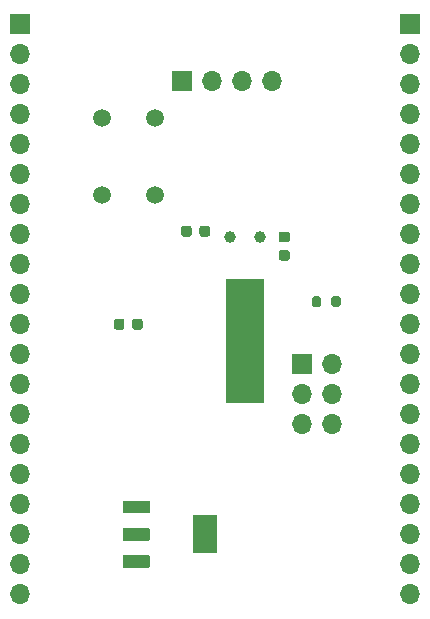
<source format=gbr>
%TF.GenerationSoftware,KiCad,Pcbnew,(5.1.9)-1*%
%TF.CreationDate,2021-02-22T18:19:41+01:00*%
%TF.ProjectId,bluePillG,626c7565-5069-46c6-9c47-2e6b69636164,rev?*%
%TF.SameCoordinates,Original*%
%TF.FileFunction,Soldermask,Bot*%
%TF.FilePolarity,Negative*%
%FSLAX46Y46*%
G04 Gerber Fmt 4.6, Leading zero omitted, Abs format (unit mm)*
G04 Created by KiCad (PCBNEW (5.1.9)-1) date 2021-02-22 18:19:41*
%MOMM*%
%LPD*%
G01*
G04 APERTURE LIST*
%ADD10R,2.150000X3.250000*%
%ADD11C,1.500000*%
%ADD12R,3.200000X10.500000*%
%ADD13C,1.000000*%
%ADD14O,1.700000X1.700000*%
%ADD15R,1.700000X1.700000*%
G04 APERTURE END LIST*
D10*
%TO.C,U1*%
X68940000Y-88900000D03*
G36*
G01*
X64215000Y-91745000D02*
X62065000Y-91745000D01*
G75*
G02*
X61995000Y-91675000I0J70000D01*
G01*
X61995000Y-90725000D01*
G75*
G02*
X62065000Y-90655000I70000J0D01*
G01*
X64215000Y-90655000D01*
G75*
G02*
X64285000Y-90725000I0J-70000D01*
G01*
X64285000Y-91675000D01*
G75*
G02*
X64215000Y-91745000I-70000J0D01*
G01*
G37*
G36*
G01*
X64215000Y-89445000D02*
X62065000Y-89445000D01*
G75*
G02*
X61995000Y-89375000I0J70000D01*
G01*
X61995000Y-88425000D01*
G75*
G02*
X62065000Y-88355000I70000J0D01*
G01*
X64215000Y-88355000D01*
G75*
G02*
X64285000Y-88425000I0J-70000D01*
G01*
X64285000Y-89375000D01*
G75*
G02*
X64215000Y-89445000I-70000J0D01*
G01*
G37*
G36*
G01*
X64215000Y-87145000D02*
X62065000Y-87145000D01*
G75*
G02*
X61995000Y-87075000I0J70000D01*
G01*
X61995000Y-86125000D01*
G75*
G02*
X62065000Y-86055000I70000J0D01*
G01*
X64215000Y-86055000D01*
G75*
G02*
X64285000Y-86125000I0J-70000D01*
G01*
X64285000Y-87075000D01*
G75*
G02*
X64215000Y-87145000I-70000J0D01*
G01*
G37*
%TD*%
D11*
%TO.C,S1*%
X60234000Y-60146000D03*
X60234000Y-53646000D03*
X64734000Y-60146000D03*
X64734000Y-53646000D03*
%TD*%
D12*
%TO.C,Y1*%
X72390000Y-72504000D03*
D13*
X71120000Y-63754000D03*
X73660000Y-63754000D03*
%TD*%
%TO.C,R6*%
G36*
G01*
X78822500Y-68940000D02*
X78822500Y-69490000D01*
G75*
G02*
X78622500Y-69690000I-200000J0D01*
G01*
X78222500Y-69690000D01*
G75*
G02*
X78022500Y-69490000I0J200000D01*
G01*
X78022500Y-68940000D01*
G75*
G02*
X78222500Y-68740000I200000J0D01*
G01*
X78622500Y-68740000D01*
G75*
G02*
X78822500Y-68940000I0J-200000D01*
G01*
G37*
G36*
G01*
X80472500Y-68940000D02*
X80472500Y-69490000D01*
G75*
G02*
X80272500Y-69690000I-200000J0D01*
G01*
X79872500Y-69690000D01*
G75*
G02*
X79672500Y-69490000I0J200000D01*
G01*
X79672500Y-68940000D01*
G75*
G02*
X79872500Y-68740000I200000J0D01*
G01*
X80272500Y-68740000D01*
G75*
G02*
X80472500Y-68940000I0J-200000D01*
G01*
G37*
%TD*%
D14*
%TO.C,J4*%
X86360000Y-93980000D03*
X86360000Y-91440000D03*
X86360000Y-88900000D03*
X86360000Y-86360000D03*
X86360000Y-83820000D03*
X86360000Y-81280000D03*
X86360000Y-78740000D03*
X86360000Y-76200000D03*
X86360000Y-73660000D03*
X86360000Y-71120000D03*
X86360000Y-68580000D03*
X86360000Y-66040000D03*
X86360000Y-63500000D03*
X86360000Y-60960000D03*
X86360000Y-58420000D03*
X86360000Y-55880000D03*
X86360000Y-53340000D03*
X86360000Y-50800000D03*
X86360000Y-48260000D03*
D15*
X86360000Y-45720000D03*
%TD*%
D14*
%TO.C,J3*%
X74676000Y-50546000D03*
X72136000Y-50546000D03*
X69596000Y-50546000D03*
D15*
X67056000Y-50546000D03*
%TD*%
D14*
%TO.C,J2*%
X53340000Y-93980000D03*
X53340000Y-91440000D03*
X53340000Y-88900000D03*
X53340000Y-86360000D03*
X53340000Y-83820000D03*
X53340000Y-81280000D03*
X53340000Y-78740000D03*
X53340000Y-76200000D03*
X53340000Y-73660000D03*
X53340000Y-71120000D03*
X53340000Y-68580000D03*
X53340000Y-66040000D03*
X53340000Y-63500000D03*
X53340000Y-60960000D03*
X53340000Y-58420000D03*
X53340000Y-55880000D03*
X53340000Y-53340000D03*
X53340000Y-50800000D03*
X53340000Y-48260000D03*
D15*
X53340000Y-45720000D03*
%TD*%
D14*
%TO.C,J1*%
X79756000Y-79565500D03*
X77216000Y-79565500D03*
X79756000Y-77025500D03*
X77216000Y-77025500D03*
X79756000Y-74485500D03*
D15*
X77216000Y-74485500D03*
%TD*%
%TO.C,C13*%
G36*
G01*
X62159000Y-70870000D02*
X62159000Y-71370000D01*
G75*
G02*
X61934000Y-71595000I-225000J0D01*
G01*
X61484000Y-71595000D01*
G75*
G02*
X61259000Y-71370000I0J225000D01*
G01*
X61259000Y-70870000D01*
G75*
G02*
X61484000Y-70645000I225000J0D01*
G01*
X61934000Y-70645000D01*
G75*
G02*
X62159000Y-70870000I0J-225000D01*
G01*
G37*
G36*
G01*
X63709000Y-70870000D02*
X63709000Y-71370000D01*
G75*
G02*
X63484000Y-71595000I-225000J0D01*
G01*
X63034000Y-71595000D01*
G75*
G02*
X62809000Y-71370000I0J225000D01*
G01*
X62809000Y-70870000D01*
G75*
G02*
X63034000Y-70645000I225000J0D01*
G01*
X63484000Y-70645000D01*
G75*
G02*
X63709000Y-70870000I0J-225000D01*
G01*
G37*
%TD*%
%TO.C,C5*%
G36*
G01*
X67861000Y-62996000D02*
X67861000Y-63496000D01*
G75*
G02*
X67636000Y-63721000I-225000J0D01*
G01*
X67186000Y-63721000D01*
G75*
G02*
X66961000Y-63496000I0J225000D01*
G01*
X66961000Y-62996000D01*
G75*
G02*
X67186000Y-62771000I225000J0D01*
G01*
X67636000Y-62771000D01*
G75*
G02*
X67861000Y-62996000I0J-225000D01*
G01*
G37*
G36*
G01*
X69411000Y-62996000D02*
X69411000Y-63496000D01*
G75*
G02*
X69186000Y-63721000I-225000J0D01*
G01*
X68736000Y-63721000D01*
G75*
G02*
X68511000Y-63496000I0J225000D01*
G01*
X68511000Y-62996000D01*
G75*
G02*
X68736000Y-62771000I225000J0D01*
G01*
X69186000Y-62771000D01*
G75*
G02*
X69411000Y-62996000I0J-225000D01*
G01*
G37*
%TD*%
%TO.C,C4*%
G36*
G01*
X75442000Y-64841000D02*
X75942000Y-64841000D01*
G75*
G02*
X76167000Y-65066000I0J-225000D01*
G01*
X76167000Y-65516000D01*
G75*
G02*
X75942000Y-65741000I-225000J0D01*
G01*
X75442000Y-65741000D01*
G75*
G02*
X75217000Y-65516000I0J225000D01*
G01*
X75217000Y-65066000D01*
G75*
G02*
X75442000Y-64841000I225000J0D01*
G01*
G37*
G36*
G01*
X75442000Y-63291000D02*
X75942000Y-63291000D01*
G75*
G02*
X76167000Y-63516000I0J-225000D01*
G01*
X76167000Y-63966000D01*
G75*
G02*
X75942000Y-64191000I-225000J0D01*
G01*
X75442000Y-64191000D01*
G75*
G02*
X75217000Y-63966000I0J225000D01*
G01*
X75217000Y-63516000D01*
G75*
G02*
X75442000Y-63291000I225000J0D01*
G01*
G37*
%TD*%
M02*

</source>
